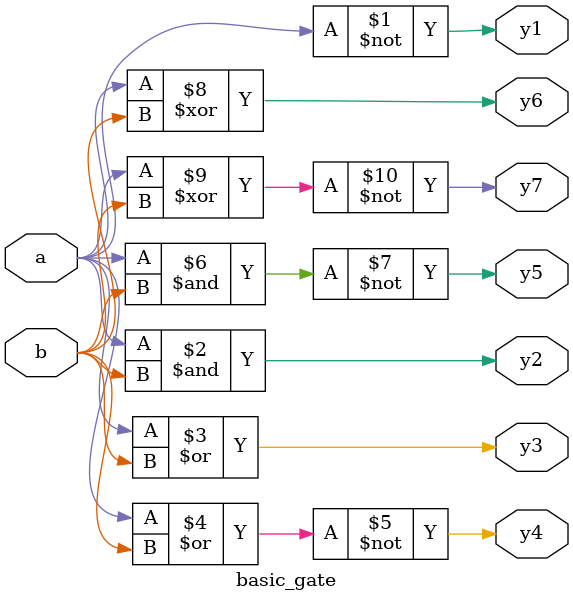
<source format=v>
module basic_gate(a, b, y1, y2, y3, y4, y5, y6, y7);
	
	input a,b;
	output y1, y2, y3, y4, y5, y6, y7;
	
	assign y1 = ~a;		//not
	assign y2 = a&b;		//and
	assign y3 = a|b;		//or
	assign y4 = ~(a|b);	//nor
	assign y5 = ~(a&b);	//nand
	assign y6 = (a^b);	//xor
	assign y7 = ~(a^b);	//xnor

endmodule
</source>
